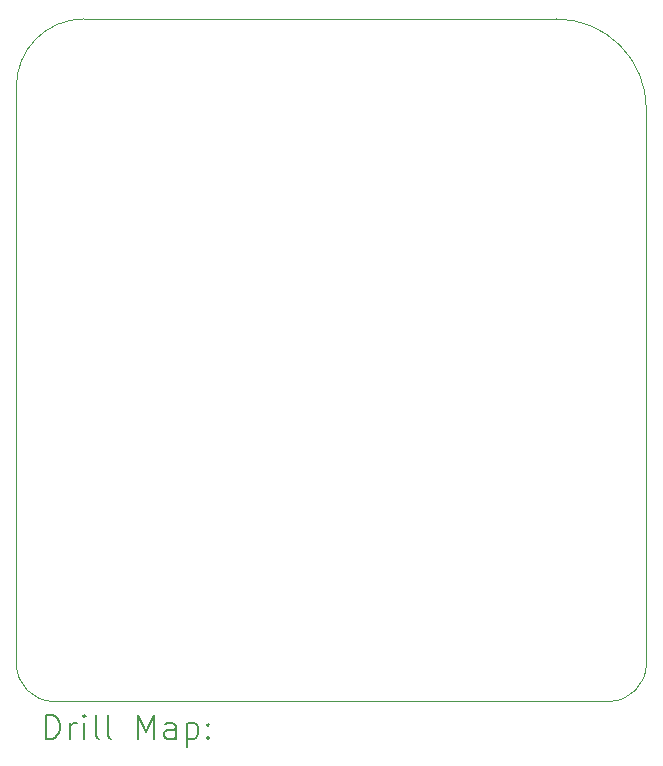
<source format=gbr>
%TF.GenerationSoftware,KiCad,Pcbnew,6.0.11-3.fc36*%
%TF.CreationDate,2023-04-04T19:13:18+09:00*%
%TF.ProjectId,Tetiduino,54657469-6475-4696-9e6f-2e6b69636164,rev?*%
%TF.SameCoordinates,Original*%
%TF.FileFunction,Drillmap*%
%TF.FilePolarity,Positive*%
%FSLAX45Y45*%
G04 Gerber Fmt 4.5, Leading zero omitted, Abs format (unit mm)*
G04 Created by KiCad (PCBNEW 6.0.11-3.fc36) date 2023-04-04 19:13:18*
%MOMM*%
%LPD*%
G01*
G04 APERTURE LIST*
%ADD10C,0.100000*%
%ADD11C,0.200000*%
G04 APERTURE END LIST*
D10*
X12509500Y-14033500D02*
X17208500Y-14033500D01*
X17526000Y-9017000D02*
G75*
G03*
X16764000Y-8255000I-762000J0D01*
G01*
X12763500Y-8255000D02*
G75*
G03*
X12192000Y-8826500I0J-571500D01*
G01*
X17526000Y-13716000D02*
X17526000Y-9017000D01*
X12763500Y-8255000D02*
X16764000Y-8255000D01*
X12192000Y-13716000D02*
G75*
G03*
X12509500Y-14033500I317500J0D01*
G01*
X12192000Y-8826500D02*
X12192000Y-13716000D01*
X17208500Y-14033500D02*
G75*
G03*
X17526000Y-13716000I0J317500D01*
G01*
D11*
X12444619Y-14348976D02*
X12444619Y-14148976D01*
X12492238Y-14148976D01*
X12520809Y-14158500D01*
X12539857Y-14177548D01*
X12549381Y-14196595D01*
X12558905Y-14234690D01*
X12558905Y-14263262D01*
X12549381Y-14301357D01*
X12539857Y-14320405D01*
X12520809Y-14339452D01*
X12492238Y-14348976D01*
X12444619Y-14348976D01*
X12644619Y-14348976D02*
X12644619Y-14215643D01*
X12644619Y-14253738D02*
X12654143Y-14234690D01*
X12663667Y-14225167D01*
X12682714Y-14215643D01*
X12701762Y-14215643D01*
X12768428Y-14348976D02*
X12768428Y-14215643D01*
X12768428Y-14148976D02*
X12758905Y-14158500D01*
X12768428Y-14168024D01*
X12777952Y-14158500D01*
X12768428Y-14148976D01*
X12768428Y-14168024D01*
X12892238Y-14348976D02*
X12873190Y-14339452D01*
X12863667Y-14320405D01*
X12863667Y-14148976D01*
X12997000Y-14348976D02*
X12977952Y-14339452D01*
X12968428Y-14320405D01*
X12968428Y-14148976D01*
X13225571Y-14348976D02*
X13225571Y-14148976D01*
X13292238Y-14291833D01*
X13358905Y-14148976D01*
X13358905Y-14348976D01*
X13539857Y-14348976D02*
X13539857Y-14244214D01*
X13530333Y-14225167D01*
X13511286Y-14215643D01*
X13473190Y-14215643D01*
X13454143Y-14225167D01*
X13539857Y-14339452D02*
X13520809Y-14348976D01*
X13473190Y-14348976D01*
X13454143Y-14339452D01*
X13444619Y-14320405D01*
X13444619Y-14301357D01*
X13454143Y-14282309D01*
X13473190Y-14272786D01*
X13520809Y-14272786D01*
X13539857Y-14263262D01*
X13635095Y-14215643D02*
X13635095Y-14415643D01*
X13635095Y-14225167D02*
X13654143Y-14215643D01*
X13692238Y-14215643D01*
X13711286Y-14225167D01*
X13720809Y-14234690D01*
X13730333Y-14253738D01*
X13730333Y-14310881D01*
X13720809Y-14329928D01*
X13711286Y-14339452D01*
X13692238Y-14348976D01*
X13654143Y-14348976D01*
X13635095Y-14339452D01*
X13816048Y-14329928D02*
X13825571Y-14339452D01*
X13816048Y-14348976D01*
X13806524Y-14339452D01*
X13816048Y-14329928D01*
X13816048Y-14348976D01*
X13816048Y-14225167D02*
X13825571Y-14234690D01*
X13816048Y-14244214D01*
X13806524Y-14234690D01*
X13816048Y-14225167D01*
X13816048Y-14244214D01*
M02*

</source>
